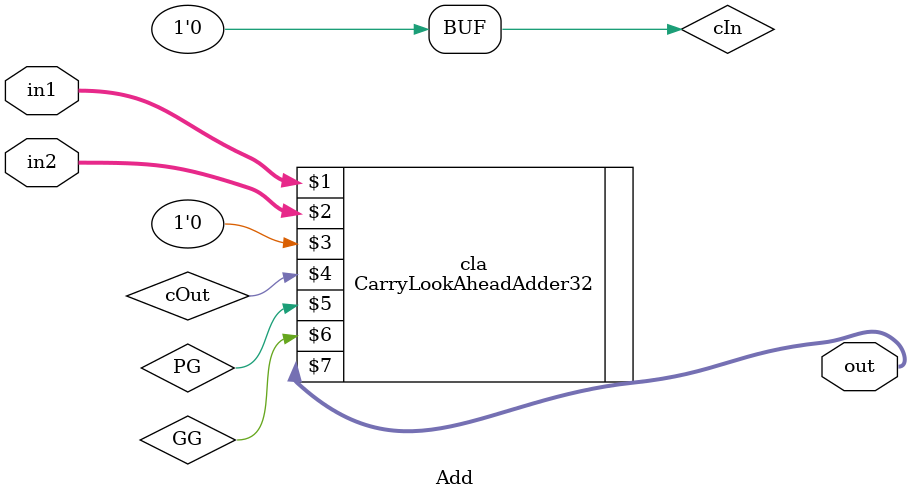
<source format=v>
`timescale 1ns / 1ps
module Add(
   input [31:0] in1,
	input [31:0] in2,
	output [31:0] out);
	
	wire cOut, PG, GG;
	wire cIn;
	assign cIn = 0;
	
	CarryLookAheadAdder32 cla(in1, in2, cIn, cOut, PG, GG, out);


endmodule

</source>
